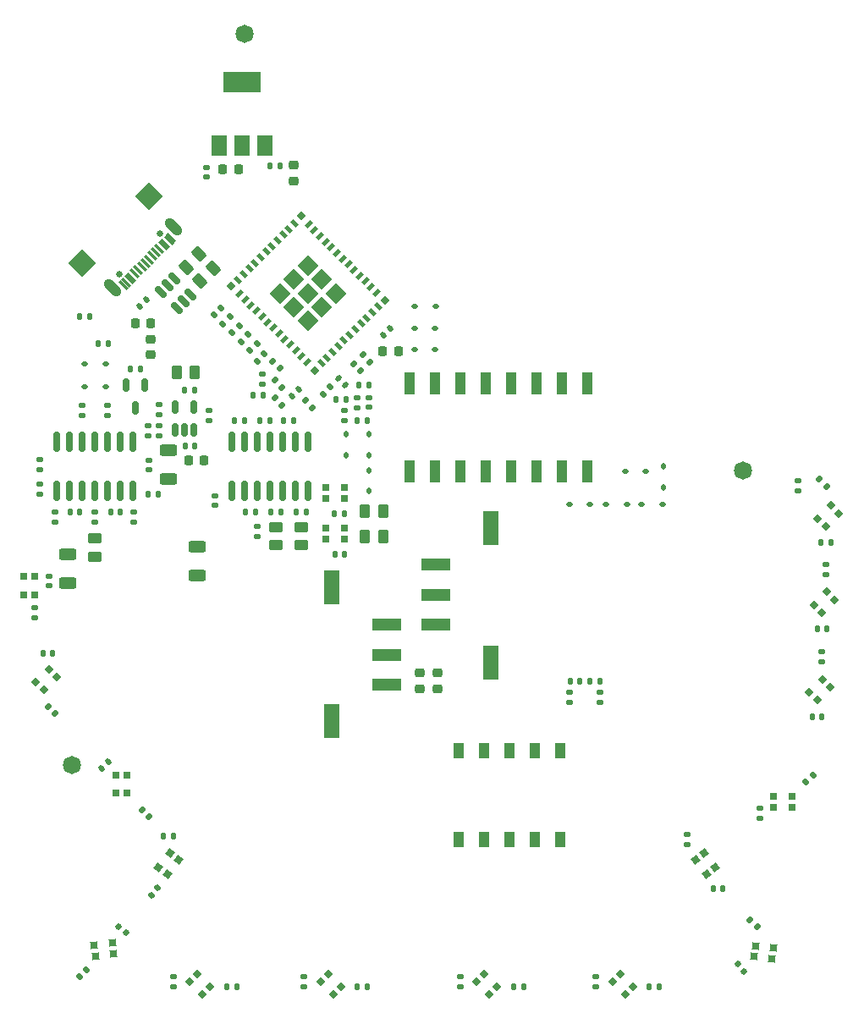
<source format=gbs>
G04 #@! TF.GenerationSoftware,KiCad,Pcbnew,7.0.9*
G04 #@! TF.CreationDate,2023-12-10T17:01:55-06:00*
G04 #@! TF.ProjectId,Sleigh_Controller_Ornament_2023,536c6569-6768-45f4-936f-6e74726f6c6c,rev?*
G04 #@! TF.SameCoordinates,Original*
G04 #@! TF.FileFunction,Soldermask,Bot*
G04 #@! TF.FilePolarity,Negative*
%FSLAX46Y46*%
G04 Gerber Fmt 4.6, Leading zero omitted, Abs format (unit mm)*
G04 Created by KiCad (PCBNEW 7.0.9) date 2023-12-10 17:01:55*
%MOMM*%
%LPD*%
G01*
G04 APERTURE LIST*
G04 Aperture macros list*
%AMRoundRect*
0 Rectangle with rounded corners*
0 $1 Rounding radius*
0 $2 $3 $4 $5 $6 $7 $8 $9 X,Y pos of 4 corners*
0 Add a 4 corners polygon primitive as box body*
4,1,4,$2,$3,$4,$5,$6,$7,$8,$9,$2,$3,0*
0 Add four circle primitives for the rounded corners*
1,1,$1+$1,$2,$3*
1,1,$1+$1,$4,$5*
1,1,$1+$1,$6,$7*
1,1,$1+$1,$8,$9*
0 Add four rect primitives between the rounded corners*
20,1,$1+$1,$2,$3,$4,$5,0*
20,1,$1+$1,$4,$5,$6,$7,0*
20,1,$1+$1,$6,$7,$8,$9,0*
20,1,$1+$1,$8,$9,$2,$3,0*%
%AMHorizOval*
0 Thick line with rounded ends*
0 $1 width*
0 $2 $3 position (X,Y) of the first rounded end (center of the circle)*
0 $4 $5 position (X,Y) of the second rounded end (center of the circle)*
0 Add line between two ends*
20,1,$1,$2,$3,$4,$5,0*
0 Add two circle primitives to create the rounded ends*
1,1,$1,$2,$3*
1,1,$1,$4,$5*%
%AMRotRect*
0 Rectangle, with rotation*
0 The origin of the aperture is its center*
0 $1 length*
0 $2 width*
0 $3 Rotation angle, in degrees counterclockwise*
0 Add horizontal line*
21,1,$1,$2,0,0,$3*%
G04 Aperture macros list end*
%ADD10RotRect,0.400000X0.800000X45.000000*%
%ADD11RotRect,0.400000X0.800000X135.000000*%
%ADD12RotRect,1.450000X1.450000X135.000000*%
%ADD13RotRect,0.700000X0.700000X135.000000*%
%ADD14C,0.650000*%
%ADD15RotRect,0.300000X1.078000X45.000000*%
%ADD16RotRect,0.300000X1.150000X45.000000*%
%ADD17RotRect,2.000000X2.000000X45.000000*%
%ADD18HorizOval,1.000000X-0.388909X0.388909X0.388909X-0.388909X0*%
%ADD19R,2.920000X1.270000*%
%ADD20R,1.650000X3.430000*%
%ADD21C,1.820000*%
%ADD22RoundRect,0.135000X0.185000X-0.135000X0.185000X0.135000X-0.185000X0.135000X-0.185000X-0.135000X0*%
%ADD23RoundRect,0.112500X-0.112500X0.187500X-0.112500X-0.187500X0.112500X-0.187500X0.112500X0.187500X0*%
%ADD24RoundRect,0.250000X-0.625000X0.312500X-0.625000X-0.312500X0.625000X-0.312500X0.625000X0.312500X0*%
%ADD25RoundRect,0.135000X0.135000X0.185000X-0.135000X0.185000X-0.135000X-0.185000X0.135000X-0.185000X0*%
%ADD26RotRect,0.700000X0.700000X225.000000*%
%ADD27RotRect,0.700000X0.700000X45.000000*%
%ADD28RoundRect,0.225000X-0.225000X-0.250000X0.225000X-0.250000X0.225000X0.250000X-0.225000X0.250000X0*%
%ADD29RoundRect,0.140000X-0.170000X0.140000X-0.170000X-0.140000X0.170000X-0.140000X0.170000X0.140000X0*%
%ADD30RoundRect,0.140000X-0.220122X0.006812X-0.048894X-0.214731X0.220122X-0.006812X0.048894X0.214731X0*%
%ADD31RoundRect,0.150000X-0.468458X0.256326X0.256326X-0.468458X0.468458X-0.256326X-0.256326X0.468458X0*%
%ADD32RoundRect,0.250000X0.262500X0.450000X-0.262500X0.450000X-0.262500X-0.450000X0.262500X-0.450000X0*%
%ADD33RoundRect,0.135000X-0.035355X0.226274X-0.226274X0.035355X0.035355X-0.226274X0.226274X-0.035355X0*%
%ADD34RoundRect,0.140000X-0.140000X-0.170000X0.140000X-0.170000X0.140000X0.170000X-0.140000X0.170000X0*%
%ADD35RoundRect,0.135000X-0.185000X0.135000X-0.185000X-0.135000X0.185000X-0.135000X0.185000X0.135000X0*%
%ADD36RotRect,0.700000X0.700000X52.200000*%
%ADD37RotRect,0.700000X0.700000X232.200000*%
%ADD38RoundRect,0.135000X0.035355X-0.226274X0.226274X-0.035355X-0.035355X0.226274X-0.226274X0.035355X0*%
%ADD39RoundRect,0.250000X-0.132583X0.503814X-0.503814X0.132583X0.132583X-0.503814X0.503814X-0.132583X0*%
%ADD40RoundRect,0.140000X0.140000X0.170000X-0.140000X0.170000X-0.140000X-0.170000X0.140000X-0.170000X0*%
%ADD41RoundRect,0.135000X-0.226274X-0.035355X-0.035355X-0.226274X0.226274X0.035355X0.035355X0.226274X0*%
%ADD42RoundRect,0.135000X0.226274X0.035355X0.035355X0.226274X-0.226274X-0.035355X-0.035355X-0.226274X0*%
%ADD43RoundRect,0.135000X-0.135000X-0.185000X0.135000X-0.185000X0.135000X0.185000X-0.135000X0.185000X0*%
%ADD44RoundRect,0.112500X-0.187500X-0.112500X0.187500X-0.112500X0.187500X0.112500X-0.187500X0.112500X0*%
%ADD45RoundRect,0.250000X-0.450000X0.262500X-0.450000X-0.262500X0.450000X-0.262500X0.450000X0.262500X0*%
%ADD46RoundRect,0.135000X0.063436X-0.220059X0.228921X-0.006717X-0.063436X0.220059X-0.228921X0.006717X0*%
%ADD47RotRect,0.700000X0.700000X307.700000*%
%ADD48RotRect,0.700000X0.700000X127.700000*%
%ADD49RoundRect,0.150000X0.150000X-0.512500X0.150000X0.512500X-0.150000X0.512500X-0.150000X-0.512500X0*%
%ADD50RotRect,0.700000X0.700000X315.000000*%
%ADD51RoundRect,0.225000X-0.250000X0.225000X-0.250000X-0.225000X0.250000X-0.225000X0.250000X0.225000X0*%
%ADD52RoundRect,0.112500X0.187500X0.112500X-0.187500X0.112500X-0.187500X-0.112500X0.187500X-0.112500X0*%
%ADD53RoundRect,0.140000X-0.021213X0.219203X-0.219203X0.021213X0.021213X-0.219203X0.219203X-0.021213X0*%
%ADD54R,1.100000X1.500000*%
%ADD55R,0.700000X0.700000*%
%ADD56R,1.500000X2.000000*%
%ADD57R,3.800000X2.000000*%
%ADD58RoundRect,0.140000X0.219203X0.021213X0.021213X0.219203X-0.219203X-0.021213X-0.021213X-0.219203X0*%
%ADD59RoundRect,0.250000X0.450000X-0.262500X0.450000X0.262500X-0.450000X0.262500X-0.450000X-0.262500X0*%
%ADD60RoundRect,0.150000X0.150000X-0.825000X0.150000X0.825000X-0.150000X0.825000X-0.150000X-0.825000X0*%
%ADD61RoundRect,0.140000X0.214816X0.048519X-0.006428X0.220133X-0.214816X-0.048519X0.006428X-0.220133X0*%
%ADD62RoundRect,0.225000X0.225000X0.250000X-0.225000X0.250000X-0.225000X-0.250000X0.225000X-0.250000X0*%
%ADD63RoundRect,0.140000X0.021213X-0.219203X0.219203X-0.021213X-0.021213X0.219203X-0.219203X0.021213X0*%
%ADD64RoundRect,0.150000X-0.150000X0.825000X-0.150000X-0.825000X0.150000X-0.825000X0.150000X0.825000X0*%
%ADD65RoundRect,0.250000X-0.262500X-0.450000X0.262500X-0.450000X0.262500X0.450000X-0.262500X0.450000X0*%
%ADD66RoundRect,0.150000X-0.150000X0.512500X-0.150000X-0.512500X0.150000X-0.512500X0.150000X0.512500X0*%
%ADD67RotRect,0.700000X0.700000X172.700000*%
%ADD68RotRect,0.700000X0.700000X352.700000*%
%ADD69R,1.100000X2.200000*%
%ADD70RoundRect,0.140000X0.170000X-0.140000X0.170000X0.140000X-0.170000X0.140000X-0.170000X-0.140000X0*%
%ADD71RotRect,0.700000X0.700000X7.200000*%
%ADD72RotRect,0.700000X0.700000X187.200000*%
%ADD73RoundRect,0.250000X0.625000X-0.312500X0.625000X0.312500X-0.625000X0.312500X-0.625000X-0.312500X0*%
G04 APERTURE END LIST*
D10*
X147458169Y-61359610D03*
X146892484Y-61925295D03*
X146326798Y-62490981D03*
X145761113Y-63056666D03*
X145195427Y-63622352D03*
X144629742Y-64188037D03*
X144064057Y-64753722D03*
X143498371Y-65319408D03*
X142932686Y-65885093D03*
X142367000Y-66450779D03*
X141801315Y-67016464D03*
D11*
X140387101Y-66875043D03*
X139821416Y-66309357D03*
X139255730Y-65743672D03*
X138690045Y-65177987D03*
X138124360Y-64612301D03*
X137558674Y-64046616D03*
X136992989Y-63480930D03*
X136427303Y-62915245D03*
X135861618Y-62349559D03*
X135295932Y-61783874D03*
X134730247Y-61218189D03*
X134164562Y-60652503D03*
X133598876Y-60086818D03*
D10*
X133457455Y-58672604D03*
X134023140Y-58106919D03*
X134588826Y-57541233D03*
X135154511Y-56975548D03*
X135720197Y-56409862D03*
X136285882Y-55844177D03*
X136851567Y-55278492D03*
X137417253Y-54712806D03*
X137982938Y-54147121D03*
X138548624Y-53581435D03*
X139114309Y-53015750D03*
D11*
X140528523Y-53157171D03*
X141094208Y-53722857D03*
X141659894Y-54288542D03*
X142225579Y-54854227D03*
X142791264Y-55419913D03*
X143356950Y-55985598D03*
X143922635Y-56551284D03*
X144488321Y-57116969D03*
X145054006Y-57682655D03*
X145619692Y-58248340D03*
X146185377Y-58814025D03*
X146751062Y-59379711D03*
X147316748Y-59945396D03*
D12*
X140457812Y-60016107D03*
X140457812Y-57223035D03*
X141854348Y-58619571D03*
X143250884Y-60016107D03*
X141854348Y-61412643D03*
X140457812Y-62809179D03*
X139061276Y-61412643D03*
X137664740Y-60016107D03*
X139061276Y-58619571D03*
D13*
X148165276Y-60723214D03*
X141164919Y-67723571D03*
X132750348Y-59309000D03*
X139750705Y-52308643D03*
D14*
X121560583Y-58098459D03*
X125647661Y-54011381D03*
D15*
X122020910Y-59209323D03*
X122586595Y-58643638D03*
D16*
X123480378Y-57698943D03*
X124187485Y-56991836D03*
X124541038Y-56638283D03*
X125248145Y-55931176D03*
D15*
X126192840Y-55037393D03*
X126758525Y-54471708D03*
X126546393Y-54683840D03*
X125980708Y-55249525D03*
D16*
X125601699Y-55577623D03*
X124894592Y-56284730D03*
X123833932Y-57345390D03*
X123126825Y-58052497D03*
D15*
X122798727Y-58431506D03*
X122233042Y-58997191D03*
D17*
X117841202Y-57037798D03*
D18*
X120917116Y-59477317D03*
X127026519Y-53367914D03*
D17*
X124587000Y-50292000D03*
D19*
X148336000Y-93187000D03*
X148336000Y-96187000D03*
X148336000Y-99187000D03*
D20*
X142856000Y-102822000D03*
X142856000Y-89412000D03*
D19*
X153289000Y-93187000D03*
X153289000Y-90187000D03*
X153289000Y-87187000D03*
D20*
X158769000Y-83552000D03*
X158769000Y-96962000D03*
D21*
X134112000Y-34036000D03*
X184023000Y-77724000D03*
X116840000Y-107188000D03*
D22*
X123063000Y-82934999D03*
X123063000Y-81914999D03*
D23*
X176022000Y-77309000D03*
X176022000Y-79409000D03*
D24*
X129413000Y-85344000D03*
X129413000Y-88269000D03*
D25*
X140335000Y-81915000D03*
X139315000Y-81915000D03*
D26*
X192770183Y-81264183D03*
X193548000Y-82042000D03*
D27*
X192253995Y-83336005D03*
X191476178Y-82558188D03*
D28*
X147955000Y-65786000D03*
X149505000Y-65786000D03*
D29*
X155702000Y-128425000D03*
X155702000Y-129385000D03*
D30*
X183515000Y-127127000D03*
X184102066Y-127886574D03*
D31*
X125735581Y-59896083D03*
X126407332Y-59224332D03*
X127079083Y-58552581D03*
X128687751Y-60161249D03*
X128016000Y-60833000D03*
X127344249Y-61504751D03*
D32*
X148002000Y-84328000D03*
X146177000Y-84328000D03*
D25*
X134114000Y-72771000D03*
X133094000Y-72771000D03*
D33*
X136103248Y-66080752D03*
X135382000Y-66802000D03*
D34*
X191417000Y-93599000D03*
X192377000Y-93599000D03*
D35*
X189484000Y-78738000D03*
X189484000Y-79758000D03*
D36*
X126386380Y-118158984D03*
X125517210Y-117484786D03*
D37*
X126638830Y-116038802D03*
X127508000Y-116713000D03*
D38*
X141986000Y-70104000D03*
X142707248Y-69382752D03*
D22*
X144145000Y-72771001D03*
X144145000Y-71751001D03*
D39*
X130957470Y-57510530D03*
X129667000Y-58801000D03*
D40*
X129103000Y-69721001D03*
X128143000Y-69721001D03*
D41*
X136926376Y-66822376D03*
X137647624Y-67543624D03*
D42*
X137881248Y-69428248D03*
X137160000Y-68707000D03*
D22*
X113665000Y-80139000D03*
X113665000Y-79119000D03*
D43*
X124456001Y-80137000D03*
X125476001Y-80137000D03*
D44*
X166590000Y-81153000D03*
X168690000Y-81153000D03*
D40*
X129159000Y-75311000D03*
X128199000Y-75311000D03*
D45*
X119126000Y-84558500D03*
X119126000Y-86383500D03*
D29*
X114554000Y-88321000D03*
X114554000Y-89281000D03*
D35*
X124460000Y-73275001D03*
X124460000Y-74295001D03*
D44*
X151130000Y-61341000D03*
X153230000Y-61341000D03*
D46*
X124782417Y-120290979D03*
X125407583Y-119485021D03*
D29*
X130556000Y-71783000D03*
X130556000Y-72743000D03*
D42*
X137881248Y-71206248D03*
X137160000Y-70485000D03*
D43*
X119503001Y-65024000D03*
X120523001Y-65024000D03*
D47*
X179239560Y-116713000D03*
X180109906Y-116040321D03*
D48*
X181229000Y-117488260D03*
X180358654Y-118160939D03*
D49*
X129032000Y-73658001D03*
X128082000Y-73658001D03*
X127132000Y-73658001D03*
X127132000Y-71383001D03*
X129032000Y-71383001D03*
D22*
X113665000Y-77664500D03*
X113665000Y-76644500D03*
D38*
X117602000Y-128397000D03*
X118323248Y-127675752D03*
D42*
X140929248Y-71460248D03*
X140208000Y-70739000D03*
D34*
X181020000Y-119550000D03*
X181980000Y-119550000D03*
D13*
X130683000Y-129413000D03*
X129905183Y-130190817D03*
D50*
X128611178Y-128896812D03*
X129388995Y-128118995D03*
D42*
X146664624Y-66908624D03*
X145943376Y-66187376D03*
D25*
X123702000Y-67564000D03*
X122682000Y-67564000D03*
D51*
X153416000Y-98018000D03*
X153416000Y-99568000D03*
D52*
X172373000Y-81153000D03*
X170273000Y-81153000D03*
D23*
X144272000Y-74134000D03*
X144272000Y-76234000D03*
D34*
X143157000Y-86106000D03*
X144117000Y-86106000D03*
D51*
X139065000Y-47231000D03*
X139065000Y-48781000D03*
D13*
X159385000Y-129413000D03*
X158607183Y-130190817D03*
D50*
X157313178Y-128896812D03*
X158090995Y-128118995D03*
D42*
X145755248Y-67777248D03*
X145034000Y-67056000D03*
D35*
X192278000Y-87120000D03*
X192278000Y-88140000D03*
D53*
X120481411Y-106848589D03*
X119802589Y-107527411D03*
D42*
X124587000Y-112395000D03*
X123865752Y-111673752D03*
D25*
X133354000Y-129413000D03*
X132334000Y-129413000D03*
D53*
X124291411Y-60620589D03*
X123612589Y-61299411D03*
D44*
X173829000Y-81153000D03*
X175929000Y-81153000D03*
D35*
X117856000Y-71241002D03*
X117856000Y-72261002D03*
D25*
X144272000Y-70612000D03*
X143252000Y-70612000D03*
D51*
X151638000Y-98018000D03*
X151638000Y-99568000D03*
D54*
X165735000Y-114681000D03*
X163195000Y-114681000D03*
X160655000Y-114681000D03*
X158115000Y-114681000D03*
X155575000Y-114681000D03*
X155575000Y-105781000D03*
X158115000Y-105781000D03*
X160655000Y-105781000D03*
X163195000Y-105781000D03*
X165735000Y-105781000D03*
D32*
X148002000Y-81788000D03*
X146177000Y-81788000D03*
D25*
X146562000Y-69215000D03*
X145542000Y-69215000D03*
D55*
X188875000Y-110321000D03*
X188875000Y-111421000D03*
X187045000Y-111421000D03*
X187045000Y-110321000D03*
D34*
X191798000Y-84963000D03*
X192758000Y-84963000D03*
D25*
X146431001Y-129413000D03*
X145411001Y-129413000D03*
D13*
X172989817Y-129397183D03*
X172212000Y-130175000D03*
D50*
X170917995Y-128880995D03*
X171695812Y-128103178D03*
D29*
X169291000Y-128425000D03*
X169291000Y-129385000D03*
D40*
X169644000Y-98806000D03*
X168684000Y-98806000D03*
D25*
X175641001Y-129413000D03*
X174621001Y-129413000D03*
D22*
X135380000Y-84331999D03*
X135380000Y-83311999D03*
D52*
X120210000Y-69342000D03*
X118110000Y-69342000D03*
D25*
X135257000Y-81915000D03*
X134237000Y-81915000D03*
D51*
X124714000Y-64630000D03*
X124714000Y-66180000D03*
D55*
X122385000Y-110034000D03*
X121285000Y-110034000D03*
X121285000Y-108204000D03*
X122385000Y-108204000D03*
D25*
X136654000Y-72771000D03*
X135634000Y-72771000D03*
D35*
X119126000Y-81914999D03*
X119126000Y-82934999D03*
D38*
X131064000Y-62189248D03*
X131785248Y-61468000D03*
D41*
X191643000Y-78613000D03*
X192364248Y-79334248D03*
D29*
X131191000Y-80264000D03*
X131191000Y-81224000D03*
D34*
X120706000Y-81915000D03*
X121666000Y-81915000D03*
D56*
X136144000Y-45212000D03*
X133844000Y-45212000D03*
D57*
X133844000Y-38912000D03*
D56*
X131544000Y-45212000D03*
D26*
X192389183Y-89900183D03*
X193167000Y-90678000D03*
D27*
X191872995Y-91972005D03*
X191095178Y-91194188D03*
D58*
X144230411Y-69173411D03*
X143551589Y-68494589D03*
D59*
X137287000Y-85217000D03*
X137287000Y-83392000D03*
D44*
X151096000Y-65659000D03*
X153196000Y-65659000D03*
D60*
X122936000Y-79824000D03*
X121666000Y-79824000D03*
X120396000Y-79824000D03*
X119126000Y-79824000D03*
X117856000Y-79824000D03*
X116586000Y-79824000D03*
X115316000Y-79824000D03*
X115316000Y-74874000D03*
X116586000Y-74874000D03*
X117856000Y-74874000D03*
X119126000Y-74874000D03*
X120396000Y-74874000D03*
X121666000Y-74874000D03*
X122936000Y-74874000D03*
D55*
X144070000Y-79460000D03*
X144070000Y-80560000D03*
X142240000Y-80560000D03*
X142240000Y-79460000D03*
D61*
X122301000Y-123952000D03*
X121542452Y-123363610D03*
D35*
X178435000Y-114173000D03*
X178435000Y-115193000D03*
D27*
X114021995Y-99719005D03*
X113244178Y-98941188D03*
D26*
X114538183Y-97647183D03*
X115316000Y-98425000D03*
D23*
X146558000Y-77724000D03*
X146558000Y-79824000D03*
D26*
X191921005Y-98654995D03*
X192698822Y-99432812D03*
D27*
X191404817Y-100726817D03*
X190627000Y-99949000D03*
D29*
X130302000Y-47427000D03*
X130302000Y-48387000D03*
D25*
X139067000Y-72771000D03*
X138047000Y-72771000D03*
D22*
X169672000Y-100967000D03*
X169672000Y-99947000D03*
D25*
X137797000Y-81915000D03*
X136777000Y-81915000D03*
D52*
X174278000Y-77851000D03*
X172178000Y-77851000D03*
D62*
X124714000Y-62992000D03*
X123164000Y-62992000D03*
D34*
X143129000Y-82042000D03*
X144089000Y-82042000D03*
D22*
X120396000Y-72265000D03*
X120396000Y-71245000D03*
X113157000Y-92459999D03*
X113157000Y-91439999D03*
D40*
X137640000Y-47244000D03*
X136680000Y-47244000D03*
D33*
X133583624Y-63266376D03*
X132862376Y-63987624D03*
D35*
X125603000Y-73277000D03*
X125603000Y-74297000D03*
D23*
X146558000Y-74134000D03*
X146558000Y-76234000D03*
D13*
X143783911Y-129397183D03*
X143006094Y-130175000D03*
D50*
X141712089Y-128880995D03*
X142489906Y-128103178D03*
D55*
X113157000Y-90170000D03*
X112057000Y-90170000D03*
X112057000Y-88340000D03*
X113157000Y-88340000D03*
D40*
X114907000Y-96012000D03*
X113947000Y-96012000D03*
D44*
X151096000Y-63500000D03*
X153196000Y-63500000D03*
D63*
X147996589Y-64220411D03*
X148675411Y-63541589D03*
D22*
X145415000Y-71504999D03*
X145415000Y-70484999D03*
D52*
X120210000Y-67056000D03*
X118110000Y-67056000D03*
D28*
X131940000Y-47625000D03*
X133490000Y-47625000D03*
D25*
X118620000Y-62357000D03*
X117600000Y-62357000D03*
D22*
X135890000Y-69091999D03*
X135890000Y-68071999D03*
D41*
X184678376Y-122702376D03*
X185399624Y-123423624D03*
D40*
X135961000Y-70231000D03*
X135001000Y-70231000D03*
D22*
X125603000Y-72138000D03*
X125603000Y-71118000D03*
D24*
X116459000Y-86106000D03*
X116459000Y-89031000D03*
D55*
X144070000Y-83524000D03*
X144070000Y-84624000D03*
X142240000Y-84624000D03*
X142240000Y-83524000D03*
D63*
X138852589Y-70316411D03*
X139531411Y-69637589D03*
D33*
X135361624Y-65044376D03*
X134640376Y-65765624D03*
D25*
X146435000Y-72771000D03*
X145415000Y-72771000D03*
D40*
X117602000Y-81915000D03*
X116642000Y-81915000D03*
D62*
X130048000Y-76708000D03*
X128498000Y-76708000D03*
D64*
X132840000Y-74874000D03*
X134110000Y-74874000D03*
X135380000Y-74874000D03*
X136650000Y-74874000D03*
X137920000Y-74874000D03*
X139190000Y-74874000D03*
X140460000Y-74874000D03*
X140460000Y-79824000D03*
X139190000Y-79824000D03*
X137920000Y-79824000D03*
X136650000Y-79824000D03*
X135380000Y-79824000D03*
X134110000Y-79824000D03*
X132840000Y-79824000D03*
D33*
X191008000Y-108204000D03*
X190286752Y-108925248D03*
D65*
X127334000Y-67943001D03*
X129159000Y-67943001D03*
D66*
X122240000Y-69220500D03*
X124140000Y-69220500D03*
X123190000Y-71495500D03*
D67*
X187028735Y-125526486D03*
X186888964Y-126617570D03*
D68*
X185073797Y-126385042D03*
X185213568Y-125293958D03*
D42*
X115189000Y-102067248D03*
X114467752Y-101346000D03*
D29*
X127000000Y-128425000D03*
X127000000Y-129385000D03*
D69*
X168402000Y-77851000D03*
X165862000Y-77851000D03*
X163322000Y-77851000D03*
X160782000Y-77851000D03*
X158242000Y-77851000D03*
X155702000Y-77851000D03*
X153162000Y-77851000D03*
X150622000Y-77851000D03*
X150622000Y-69051000D03*
X153162000Y-69051000D03*
X155702000Y-69051000D03*
X158242000Y-69051000D03*
X160782000Y-69051000D03*
X163322000Y-69051000D03*
X165862000Y-69051000D03*
X168402000Y-69051000D03*
D22*
X115189000Y-82933000D03*
X115189000Y-81913000D03*
D59*
X139827000Y-85217000D03*
X139827000Y-83392000D03*
D70*
X124587000Y-77668000D03*
X124587000Y-76708000D03*
D33*
X134472624Y-64135000D03*
X133751376Y-64856248D03*
D34*
X190909000Y-102362000D03*
X191869000Y-102362000D03*
D35*
X191897000Y-95883000D03*
X191897000Y-96903000D03*
D29*
X140081000Y-128425000D03*
X140081000Y-129385000D03*
X185674000Y-111562000D03*
X185674000Y-112522000D03*
D38*
X131953000Y-63078248D03*
X132674248Y-62357000D03*
D70*
X146558000Y-71445000D03*
X146558000Y-70485000D03*
D39*
X129560470Y-56113530D03*
X128270000Y-57404000D03*
D40*
X126972000Y-114300000D03*
X126012000Y-114300000D03*
D25*
X162052000Y-129413000D03*
X161032000Y-129413000D03*
D34*
X166680000Y-98806000D03*
X167640000Y-98806000D03*
D22*
X166624000Y-100967000D03*
X166624000Y-99947000D03*
D71*
X119215430Y-126340360D03*
X119077564Y-125249034D03*
D72*
X120893134Y-125019674D03*
X121031000Y-126111000D03*
D73*
X126492000Y-78613000D03*
X126492000Y-75688000D03*
M02*

</source>
